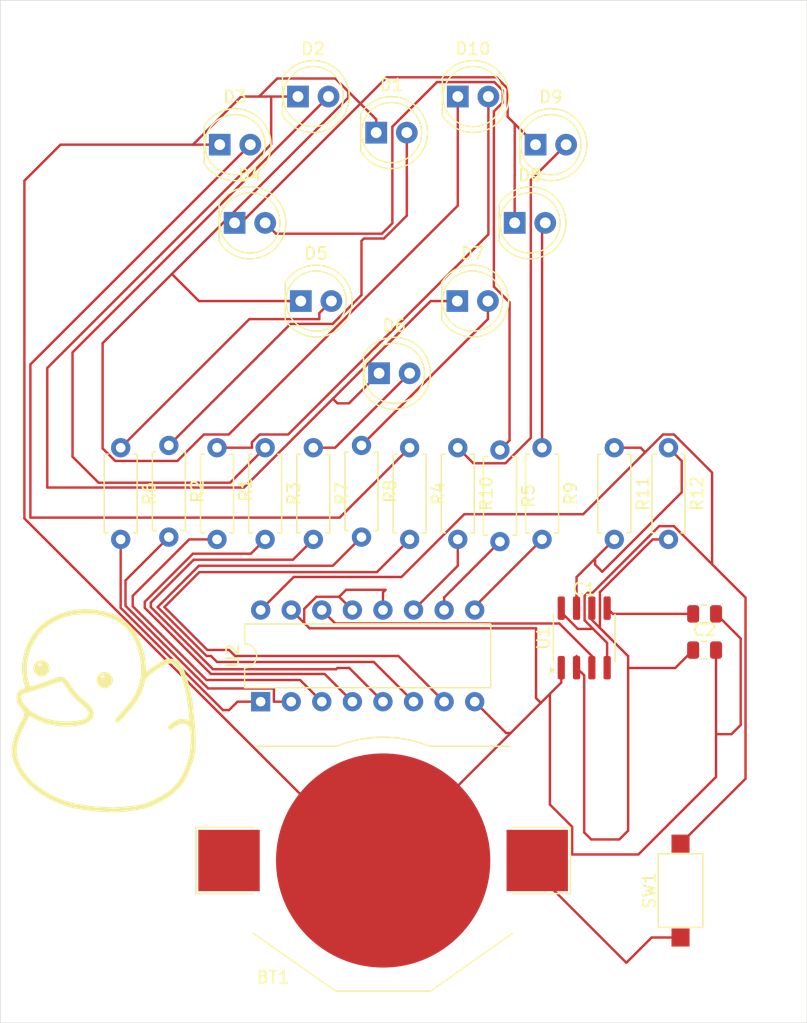
<source format=kicad_pcb>
(kicad_pcb (version 20240108) (generator "pcbnew") (generator_version "8.0")
  (layers (0 "F.Cu" signal) (31 "B.Cu" signal) (34 "B.Paste" user) (35 "F.Paste" user) (36 "B.SilkS" user "B.Silkscreen") (37 "F.SilkS" user "F.Silkscreen") (38 "B.Mask" user) (39 "F.Mask" user) (44 "Edge.Cuts" user))
  (net 0 "")
  (net 1 "Net-(BT1-+)")
  (net 2 "Net-(BT1--)")
  (net 3 "Net-(U1-CV)")
  (net 4 "Net-(U1-THR)")
  (net 5 "Net-(D1-A)")
  (net 6 "Net-(D2-A)")
  (net 7 "Net-(D3-A)")
  (net 8 "Net-(D4-A)")
  (net 9 "Net-(D5-A)")
  (net 10 "Net-(D6-A)")
  (net 11 "Net-(D7-A)")
  (net 12 "Net-(D8-A)")
  (net 13 "Net-(D9-A)")
  (net 14 "Net-(D10-A)")
  (net 15 "Net-(U2-Q0)")
  (net 16 "Net-(U2-Q1)")
  (net 17 "Net-(U2-Q2)")
  (net 18 "Net-(U2-Q3)")
  (net 19 "Net-(U2-Q4)")
  (net 20 "Net-(U2-Q5)")
  (net 21 "Net-(U2-Q6)")
  (net 22 "Net-(U2-Q7)")
  (net 23 "Net-(U2-Q8)")
  (net 24 "Net-(U2-Q9)")
  (net 25 "Net-(U1-DIS)")
  (net 26 "Net-(U1-Q)")
  (net 27 "Net-(U1-R)")
  (footprint "Package_DIP:DIP-16_W7.62mm" (layer "F.Cu") (at 122.125 105.3 90)
    (property "Reference" "U2" (at 3.81 -2.33 90) (layer "F.SilkS"))
    (property "Value" "4017")
    (pad "1" thru_hole rect (at 0 0 90) (size 1.6 1.6) (drill 0.8) (layers "*.Cu" "*.Mask") (net 20 "Net-(U2-Q5)"))
    (pad "2" thru_hole oval (at 0 2.54 90) (size 1.6 1.6) (drill 0.8) (layers "*.Cu" "*.Mask") (net 16 "Net-(U2-Q1)"))
    (pad "3" thru_hole oval (at 0 5.08 90) (size 1.6 1.6) (drill 0.8) (layers "*.Cu" "*.Mask") (net 15 "Net-(U2-Q0)"))
    (pad "4" thru_hole oval (at 0 7.62 90) (size 1.6 1.6) (drill 0.8) (layers "*.Cu" "*.Mask") (net 17 "Net-(U2-Q2)"))
    (pad "5" thru_hole oval (at 0 10.16 90) (size 1.6 1.6) (drill 0.8) (layers "*.Cu" "*.Mask") (net 21 "Net-(U2-Q6)"))
    (pad "6" thru_hole oval (at 0 12.7 90) (size 1.6 1.6) (drill 0.8) (layers "*.Cu" "*.Mask") (net 22 "Net-(U2-Q7)"))
    (pad "7" thru_hole oval (at 0 15.24 90) (size 1.6 1.6) (drill 0.8) (layers "*.Cu" "*.Mask") (net 18 "Net-(U2-Q3)"))
    (pad "8" thru_hole oval (at 0 17.78 90) (size 1.6 1.6) (drill 0.8) (layers "*.Cu" "*.Mask") (net 2 "Net-(BT1--)"))
    (pad "9" thru_hole oval (at 7.62 17.78 90) (size 1.6 1.6) (drill 0.8) (layers "*.Cu" "*.Mask") (net 23 "Net-(U2-Q8)"))
    (pad "10" thru_hole oval (at 7.62 15.24 90) (size 1.6 1.6) (drill 0.8) (layers "*.Cu" "*.Mask") (net 19 "Net-(U2-Q4)"))
    (pad "11" thru_hole oval (at 7.62 12.7 90) (size 1.6 1.6) (drill 0.8) (layers "*.Cu" "*.Mask") (net 24 "Net-(U2-Q9)"))
    (pad "12" thru_hole oval (at 7.62 10.16 90) (size 1.6 1.6) (drill 0.8) (layers "*.Cu" "*.Mask") (net 2 "Net-(BT1--)"))
    (pad "13" thru_hole oval (at 7.62 7.62 90) (size 1.6 1.6) (drill 0.8) (layers "*.Cu" "*.Mask") (net 2 "Net-(BT1--)"))
    (pad "14" thru_hole oval (at 7.62 5.08 90) (size 1.6 1.6) (drill 0.8) (layers "*.Cu" "*.Mask") (net 26 "Net-(U1-Q)"))
    (pad "15" thru_hole oval (at 7.62 2.54 90) (size 1.6 1.6) (drill 0.8) (layers "*.Cu" "*.Mask") (net 2 "Net-(BT1--)"))
    (pad "16" thru_hole oval (at 7.62 0 90) (size 1.6 1.6) (drill 0.8) (layers "*.Cu" "*.Mask") (net 27 "Net-(U1-R)"))
  )
  (footprint "Package_SO:SOIC-8_3.9x4.9mm_P1.27mm" (layer "F.Cu") (at 149 100 90)
    (property "Reference" "U1" (at 0 -3.4 90) (layer "F.SilkS"))
    (property "Value" "ICM7555xB")
    (pad "1" smd roundrect (at -2.475 -1.905 90) (size 1.95 0.6) (layers "F.Cu" "F.Paste" "F.Mask") (net 2 "Net-(BT1--)"))
    (pad "2" smd roundrect (at -2.475 -0.635 90) (size 1.95 0.6) (layers "F.Cu" "F.Paste" "F.Mask") (net 4 "Net-(U1-THR)"))
    (pad "3" smd roundrect (at -2.475 0.635 90) (size 1.95 0.6) (layers "F.Cu" "F.Paste" "F.Mask") (net 26 "Net-(U1-Q)"))
    (pad "4" smd roundrect (at -2.475 1.905 90) (size 1.95 0.6) (layers "F.Cu" "F.Paste" "F.Mask") (net 27 "Net-(U1-R)"))
    (pad "5" smd roundrect (at 2.475 1.905 90) (size 1.95 0.6) (layers "F.Cu" "F.Paste" "F.Mask") (net 3 "Net-(U1-CV)"))
    (pad "6" smd roundrect (at 2.475 0.635 90) (size 1.95 0.6) (layers "F.Cu" "F.Paste" "F.Mask") (net 4 "Net-(U1-THR)"))
    (pad "7" smd roundrect (at 2.475 -0.635 90) (size 1.95 0.6) (layers "F.Cu" "F.Paste" "F.Mask") (net 25 "Net-(U1-DIS)"))
    (pad "8" smd roundrect (at 2.475 -1.905 90) (size 1.95 0.6) (layers "F.Cu" "F.Paste" "F.Mask") (net 27 "Net-(U1-R)"))
  )
  (footprint "LED_THT:LED_D5.0mm" (layer "F.Cu") (at 144.96 59)
    (property "Reference" "D9" (at 1.27 -3.96 0) (layer "F.SilkS"))
    (property "Value" "LED")
    (pad "1" thru_hole rect (at 0 0) (size 1.8 1.8) (drill 0.9) (layers "*.Cu" "*.Mask") (net 2 "Net-(BT1--)"))
    (pad "2" thru_hole circle (at 2.54 0) (size 1.8 1.8) (drill 0.9) (layers "*.Cu" "*.Mask") (net 13 "Net-(D9-A)"))
  )
  (footprint "Resistor_THT:R_Axial_DIN0207_L6.3mm_D2.5mm_P7.62mm_Horizontal" (layer "F.Cu") (at 122.5 84.19 -90)
    (property "Reference" "R3" (at 3.81 -2.37 90) (layer "F.SilkS"))
    (property "Value" "R")
    (pad "1" thru_hole circle (at 0 0 270) (size 1.6 1.6) (drill 0.8) (layers "*.Cu" "*.Mask") (net 6 "Net-(D2-A)"))
    (pad "2" thru_hole oval (at 7.62 0 270) (size 1.6 1.6) (drill 0.8) (layers "*.Cu" "*.Mask") (net 17 "Net-(U2-Q2)"))
  )
  (footprint "Capacitor_SMD:C_0805_2012Metric" (layer "F.Cu") (at 159 101.01)
    (property "Reference" "C2" (at 0 -1.68 0) (layer "F.SilkS"))
    (property "Value" "C_Polarized")
    (pad "1" smd roundrect (at -0.95 0) (size 1 1.45) (layers "F.Cu" "F.Paste" "F.Mask") (net 4 "Net-(U1-THR)"))
    (pad "2" smd roundrect (at 0.95 0) (size 1 1.45) (layers "F.Cu" "F.Paste" "F.Mask") (net 2 "Net-(BT1--)"))
  )
  (footprint "LED_THT:LED_D5.0mm" (layer "F.Cu") (at 131.96 78)
    (property "Reference" "D6" (at 1.27 -3.96 0) (layer "F.SilkS"))
    (property "Value" "LED")
    (pad "1" thru_hole rect (at 0 0) (size 1.8 1.8) (drill 0.9) (layers "*.Cu" "*.Mask") (net 2 "Net-(BT1--)"))
    (pad "2" thru_hole circle (at 2.54 0) (size 1.8 1.8) (drill 0.9) (layers "*.Cu" "*.Mask") (net 10 "Net-(D6-A)"))
  )
  (footprint "LED_THT:LED_D5.0mm" (layer "F.Cu") (at 119.96 65.5)
    (property "Reference" "D4" (at 1.27 -3.96 0) (layer "F.SilkS"))
    (property "Value" "LED")
    (pad "1" thru_hole rect (at 0 0) (size 1.8 1.8) (drill 0.9) (layers "*.Cu" "*.Mask") (net 2 "Net-(BT1--)"))
    (pad "2" thru_hole circle (at 2.54 0) (size 1.8 1.8) (drill 0.9) (layers "*.Cu" "*.Mask") (net 8 "Net-(D4-A)"))
  )
  (footprint "Resistor_THT:R_Axial_DIN0207_L6.3mm_D2.5mm_P7.62mm_Horizontal" (layer "F.Cu") (at 156 84.19 -90)
    (property "Reference" "R12" (at 3.81 -2.37 90) (layer "F.SilkS"))
    (property "Value" "R")
    (pad "1" thru_hole circle (at 0 0 270) (size 1.6 1.6) (drill 0.8) (layers "*.Cu" "*.Mask") (net 25 "Net-(U1-DIS)"))
    (pad "2" thru_hole oval (at 7.62 0 270) (size 1.6 1.6) (drill 0.8) (layers "*.Cu" "*.Mask") (net 4 "Net-(U1-THR)"))
  )
  (footprint "LED_THT:LED_D5.0mm" (layer "F.Cu") (at 143.225 65.5)
    (property "Reference" "D8" (at 1.27 -3.96 0) (layer "F.SilkS"))
    (property "Value" "LED")
    (pad "1" thru_hole rect (at 0 0) (size 1.8 1.8) (drill 0.9) (layers "*.Cu" "*.Mask") (net 2 "Net-(BT1--)"))
    (pad "2" thru_hole circle (at 2.54 0) (size 1.8 1.8) (drill 0.9) (layers "*.Cu" "*.Mask") (net 12 "Net-(D8-A)"))
  )
  (footprint "Resistor_THT:R_Axial_DIN0207_L6.3mm_D2.5mm_P7.62mm_Horizontal" (layer "F.Cu") (at 151.5 84.19 -90)
    (property "Reference" "R11" (at 3.81 -2.37 90) (layer "F.SilkS"))
    (property "Value" "R")
    (pad "1" thru_hole circle (at 0 0 270) (size 1.6 1.6) (drill 0.8) (layers "*.Cu" "*.Mask") (net 27 "Net-(U1-R)"))
    (pad "2" thru_hole oval (at 7.62 0 270) (size 1.6 1.6) (drill 0.8) (layers "*.Cu" "*.Mask") (net 25 "Net-(U1-DIS)"))
  )
  (footprint "Button_Switch_SMD:SW_SPST_CK_RS282G05A3" (layer "F.Cu") (at 157 121 90)
    (property "Reference" "SW1" (at 0 -2.6 90) (layer "F.SilkS"))
    (property "Value" "SW_Push")
    (pad "1" smd rect (at -3.9 0 90) (size 1.5 1.5) (layers "F.Cu" "F.Paste" "F.Mask") (net 1 "Net-(BT1-+)"))
    (pad "2" smd rect (at 3.9 0 90) (size 1.5 1.5) (layers "F.Cu" "F.Paste" "F.Mask") (net 27 "Net-(U1-R)"))
  )
  (footprint "Resistor_THT:R_Axial_DIN0207_L6.3mm_D2.5mm_P7.62mm_Horizontal" (layer "F.Cu") (at 114.5 84 -90)
    (property "Reference" "R2" (at 3.81 -2.37 90) (layer "F.SilkS"))
    (property "Value" "R")
    (pad "1" thru_hole circle (at 0 0 270) (size 1.6 1.6) (drill 0.8) (layers "*.Cu" "*.Mask") (net 5 "Net-(D1-A)"))
    (pad "2" thru_hole oval (at 7.62 0 270) (size 1.6 1.6) (drill 0.8) (layers "*.Cu" "*.Mask") (net 16 "Net-(U2-Q1)"))
  )
  (footprint "LED_THT:LED_D5.0mm" (layer "F.Cu") (at 125.46 72)
    (property "Reference" "D5" (at 1.27 -3.96 0) (layer "F.SilkS"))
    (property "Value" "LED")
    (pad "1" thru_hole rect (at 0 0) (size 1.8 1.8) (drill 0.9) (layers "*.Cu" "*.Mask") (net 2 "Net-(BT1--)"))
    (pad "2" thru_hole circle (at 2.54 0) (size 1.8 1.8) (drill 0.9) (layers "*.Cu" "*.Mask") (net 9 "Net-(D5-A)"))
  )
  (footprint "Capacitor_SMD:C_0805_2012Metric" (layer "F.Cu") (at 159 98)
    (property "Reference" "C1" (at -10 -2.06 0) (layer "F.SilkS"))
    (property "Value" "C_Polarized")
    (pad "1" smd roundrect (at -0.95 0) (size 1 1.45) (layers "F.Cu" "F.Paste" "F.Mask") (net 3 "Net-(U1-CV)"))
    (pad "2" smd roundrect (at 0.95 0) (size 1 1.45) (layers "F.Cu" "F.Paste" "F.Mask") (net 2 "Net-(BT1--)"))
  )
  (footprint "LED_THT:LED_D5.0mm" (layer "F.Cu") (at 138.46 72)
    (property "Reference" "D7" (at 1.27 -3.96 0) (layer "F.SilkS"))
    (property "Value" "LED")
    (pad "1" thru_hole rect (at 0 0) (size 1.8 1.8) (drill 0.9) (layers "*.Cu" "*.Mask") (net 2 "Net-(BT1--)"))
    (pad "2" thru_hole circle (at 2.54 0) (size 1.8 1.8) (drill 0.9) (layers "*.Cu" "*.Mask") (net 11 "Net-(D7-A)"))
  )
  (footprint "Resistor_THT:R_Axial_DIN0207_L6.3mm_D2.5mm_P7.62mm_Horizontal" (layer "F.Cu") (at 145.5 84.19 -90)
    (property "Reference" "R9" (at 3.81 -2.37 90) (layer "F.SilkS"))
    (property "Value" "R")
    (pad "1" thru_hole circle (at 0 0 270) (size 1.6 1.6) (drill 0.8) (layers "*.Cu" "*.Mask") (net 12 "Net-(D8-A)"))
    (pad "2" thru_hole oval (at 7.62 0 270) (size 1.6 1.6) (drill 0.8) (layers "*.Cu" "*.Mask") (net 23 "Net-(U2-Q8)"))
  )
  (footprint "LOGO" (layer "F.Cu") (at 109 106)
    (property "Reference" " " (at 0 0 0) (layer "F.SilkS") (effects (font (size 1.5 1.5) (thickness 0.3))))
    (property "Value" "LOGO" (hide yes))
  )
  (footprint "Resistor_THT:R_Axial_DIN0207_L6.3mm_D2.5mm_P7.62mm_Horizontal" (layer "F.Cu") (at 126.5 84.19 -90)
    (property "Reference" "R7" (at 3.81 -2.37 90) (layer "F.SilkS"))
    (property "Value" "R")
    (pad "1" thru_hole circle (at 0 0 270) (size 1.6 1.6) (drill 0.8) (layers "*.Cu" "*.Mask") (net 10 "Net-(D6-A)"))
    (pad "2" thru_hole oval (at 7.62 0 270) (size 1.6 1.6) (drill 0.8) (layers "*.Cu" "*.Mask") (net 21 "Net-(U2-Q6)"))
  )
  (footprint "Resistor_THT:R_Axial_DIN0207_L6.3mm_D2.5mm_P7.62mm_Horizontal" (layer "F.Cu") (at 118.5 84.19 -90)
    (property "Reference" "R1" (at 3.5 -2.37 90) (layer "F.SilkS"))
    (property "Value" "R")
    (pad "1" thru_hole circle (at 0 0 270) (size 1.6 1.6) (drill 0.8) (layers "*.Cu" "*.Mask") (net 14 "Net-(D10-A)"))
    (pad "2" thru_hole oval (at 7.62 0 270) (size 1.6 1.6) (drill 0.8) (layers "*.Cu" "*.Mask") (net 15 "Net-(U2-Q0)"))
  )
  (footprint "Resistor_THT:R_Axial_DIN0207_L6.3mm_D2.5mm_P7.62mm_Horizontal" (layer "F.Cu") (at 134.5 84.19 -90)
    (property "Reference" "R4" (at 3.81 -2.37 90) (layer "F.SilkS"))
    (property "Value" "R")
    (pad "1" thru_hole circle (at 0 0 270) (size 1.6 1.6) (drill 0.8) (layers "*.Cu" "*.Mask") (net 7 "Net-(D3-A)"))
    (pad "2" thru_hole oval (at 7.62 0 270) (size 1.6 1.6) (drill 0.8) (layers "*.Cu" "*.Mask") (net 18 "Net-(U2-Q3)"))
  )
  (footprint "LED_THT:LED_D5.0mm" (layer "F.Cu") (at 131.725 58)
    (property "Reference" "D1" (at 1.27 -3.96 0) (layer "F.SilkS"))
    (property "Value" "LED")
    (pad "1" thru_hole rect (at 0 0) (size 1.8 1.8) (drill 0.9) (layers "*.Cu" "*.Mask") (net 2 "Net-(BT1--)"))
    (pad "2" thru_hole circle (at 2.54 0) (size 1.8 1.8) (drill 0.9) (layers "*.Cu" "*.Mask") (net 5 "Net-(D1-A)"))
  )
  (footprint "Resistor_THT:R_Axial_DIN0207_L6.3mm_D2.5mm_P7.62mm_Horizontal" (layer "F.Cu") (at 138.5 84.19 -90)
    (property "Reference" "R10" (at 3.81 -2.37 90) (layer "F.SilkS"))
    (property "Value" "R")
    (pad "1" thru_hole circle (at 0 0 270) (size 1.6 1.6) (drill 0.8) (layers "*.Cu" "*.Mask") (net 13 "Net-(D9-A)"))
    (pad "2" thru_hole oval (at 7.62 0 270) (size 1.6 1.6) (drill 0.8) (layers "*.Cu" "*.Mask") (net 24 "Net-(U2-Q9)"))
  )
  (footprint "Resistor_THT:R_Axial_DIN0207_L6.3mm_D2.5mm_P7.62mm_Horizontal" (layer "F.Cu") (at 130.5 84 -90)
    (property "Reference" "R8" (at 3.81 -2.37 90) (layer "F.SilkS"))
    (property "Value" "R")
    (pad "1" thru_hole circle (at 0 0 270) (size 1.6 1.6) (drill 0.8) (layers "*.Cu" "*.Mask") (net 11 "Net-(D7-A)"))
    (pad "2" thru_hole oval (at 7.62 0 270) (size 1.6 1.6) (drill 0.8) (layers "*.Cu" "*.Mask") (net 22 "Net-(U2-Q7)"))
  )
  (footprint "LED_THT:LED_D5.0mm" (layer "F.Cu") (at 138.5 55)
    (property "Reference" "D10" (at 1.27 -3.96 0) (layer "F.SilkS"))
    (property "Value" "LED")
    (pad "1" thru_hole rect (at 0 0) (size 1.8 1.8) (drill 0.9) (layers "*.Cu" "*.Mask") (net 2 "Net-(BT1--)"))
    (pad "2" thru_hole circle (at 2.54 0) (size 1.8 1.8) (drill 0.9) (layers "*.Cu" "*.Mask") (net 14 "Net-(D10-A)"))
  )
  (footprint "LED_THT:LED_D5.0mm" (layer "F.Cu") (at 125.225 55)
    (property "Reference" "D2" (at 1.27 -3.96 0) (layer "F.SilkS"))
    (property "Value" "LED")
    (pad "1" thru_hole rect (at 0 0) (size 1.8 1.8) (drill 0.9) (layers "*.Cu" "*.Mask") (net 2 "Net-(BT1--)"))
    (pad "2" thru_hole circle (at 2.54 0) (size 1.8 1.8) (drill 0.9) (layers "*.Cu" "*.Mask") (net 6 "Net-(D2-A)"))
  )
  (footprint "Battery:BatteryHolder_Keystone_3002_1x2032" (layer "F.Cu") (at 132.3 118.5)
    (property "Reference" "BT1" (at -9.15 9.7 0) (layer "F.SilkS"))
    (property "Value" "Battery_Cell")
    (pad "1" smd rect (at -12.8 0) (size 5.1 5.1) (layers "F.Cu" "F.Paste" "F.Mask") (net 1 "Net-(BT1-+)"))
    (pad "1" smd rect (at 12.8 0) (size 5.1 5.1) (layers "F.Cu" "F.Paste" "F.Mask") (net 1 "Net-(BT1-+)"))
    (pad "2" smd circle (at 0 0) (size 17.8 17.8) (layers "F.Cu" "F.Mask") (net 2 "Net-(BT1--)"))
  )
  (footprint "Resistor_THT:R_Axial_DIN0207_L6.3mm_D2.5mm_P7.62mm_Horizontal" (layer "F.Cu") (at 110.5 84.19 -90)
    (property "Reference" "R6" (at 3.81 -2.37 90) (layer "F.SilkS"))
    (property "Value" "R")
    (pad "1" thru_hole circle (at 0 0 270) (size 1.6 1.6) (drill 0.8) (layers "*.Cu" "*.Mask") (net 9 "Net-(D5-A)"))
    (pad "2" thru_hole oval (at 7.62 0 270) (size 1.6 1.6) (drill 0.8) (layers "*.Cu" "*.Mask") (net 20 "Net-(U2-Q5)"))
  )
  (footprint "Resistor_THT:R_Axial_DIN0207_L6.3mm_D2.5mm_P7.62mm_Horizontal" (layer "F.Cu") (at 142 84.38 -90)
    (property "Reference" "R5" (at 3.81 -2.37 90) (layer "F.SilkS"))
    (property "Value" "R")
    (pad "1" thru_hole circle (at 0 0 270) (size 1.6 1.6) (drill 0.8) (layers "*.Cu" "*.Mask") (net 8 "Net-(D4-A)"))
    (pad "2" thru_hole oval (at 7.62 0 270) (size 1.6 1.6) (drill 0.8) (layers "*.Cu" "*.Mask") (net 19 "Net-(U2-Q4)"))
  )
  (footprint "LED_THT:LED_D5.0mm" (layer "F.Cu") (at 118.725 59)
    (property "Reference" "D3" (at 1.27 -3.96 0) (layer "F.SilkS"))
    (property "Value" "LED")
    (pad "1" thru_hole rect (at 0 0) (size 1.8 1.8) (drill 0.9) (layers "*.Cu" "*.Mask") (net 2 "Net-(BT1--)"))
    (pad "2" thru_hole circle (at 2.54 0) (size 1.8 1.8) (drill 0.9) (layers "*.Cu" "*.Mask") (net 7 "Net-(D3-A)"))
  )
  (gr_rect (start 100.5 47) (end 167.5 132) (stroke (width 0.05)) (fill none) (layer "Edge.Cuts"))
  (segment (start 145.1 118.5) (end 145.1 119.6) (width 0.2) (layer "F.Cu") (net 1))
  (segment (start 152.5 127) (end 154.6 124.9) (width 0.2) (layer "F.Cu") (net 1))
  (segment (start 154.6 124.9) (end 157 124.9) (width 0.2) (layer "F.Cu") (net 1))
  (segment (start 145.1 119.6) (end 152.5 127) (width 0.2) (layer "F.Cu") (net 1))
  (segment (start 115.21 85.29) (end 110.044365 85.29) (width 0.2) (layer "F.Cu") (net 2))
  (segment (start 147.095 102.475) (end 147.095 103.705) (width 0.2) (layer "F.Cu") (net 2))
  (segment (start 128.645 96.58) (end 126.749365 96.58) (width 0.2) (layer "F.Cu") (net 2))
  (segment (start 114.75 69.75) (end 129.4125 55.0875) (width 0.2) (layer "F.Cu") (net 2))
  (segment (start 104.4 77.562057) (end 123 58.962057) (width 0.2) (layer "F.Cu") (net 2))
  (segment (start 117.41 83.09) (end 115.21 85.29) (width 0.2) (layer "F.Cu") (net 2))
  (segment (start 131.725 56.9) (end 130.4125 55.5875) (width 0.2) (layer "F.Cu") (net 2))
  (segment (start 131.96 78) (end 129.46 80.5) (width 0.2) (layer "F.Cu") (net 2))
  (segment (start 143.225 61.577943) (end 143.23 61.572943) (width 0.2) (layer "F.Cu") (net 2))
  (segment (start 143.23 61.572943) (end 143.23 57.27) (width 0.2) (layer "F.Cu") (net 2))
  (segment (start 125.7425 97.586865) (end 125.7425 98.7575) (width 0.2) (layer "F.Cu") (net 2))
  (segment (start 159.95 108) (end 159.95 111.55) (width 0.2) (layer "F.Cu") (net 2))
  (segment (start 104.4 87.5) (end 104.4 77.562057) (width 0.2) (layer "F.Cu") (net 2))
  (segment (start 141.702743 53.4) (end 132.6 53.4) (width 0.2) (layer "F.Cu") (net 2))
  (segment (start 138.5 55) (end 138.5 64.065686) (width 0.2) (layer "F.Cu") (net 2))
  (segment (start 126.749365 96.58) (end 125.7425 97.586865) (width 0.2) (layer "F.Cu") (net 2))
  (segment (start 105.5 59) (end 116.5 59) (width 0.2) (layer "F.Cu") (net 2))
  (segment (start 125.46 72) (end 117 72) (width 0.2) (layer "F.Cu") (net 2))
  (segment (start 142.64 56.68) (end 142.64 54.337257) (width 0.2) (layer "F.Cu") (net 2))
  (segment (start 144.96 59) (end 143.23 57.27) (width 0.2) (layer "F.Cu") (net 2))
  (segment (start 159.95 103.5) (end 159.95 108) (width 0.2) (layer "F.Cu") (net 2))
  (segment (start 119.475686 83.09) (end 117.41 83.09) (width 0.2) (layer "F.Cu") (net 2))
  (segment (start 128.325 53.5) (end 123.5 53.5) (width 0.2) (layer "F.Cu") (net 2))
  (segment (start 117 72) (end 114.75 69.75) (width 0.2) (layer "F.Cu") (net 2))
  (segment (start 129.745 97.68) (end 128.645 96.58) (width 0.2) (layer "F.Cu") (net 2))
  (segment (start 109 75.5) (end 114.75 69.75) (width 0.2) (layer "F.Cu") (net 2))
  (segment (start 159.95 111.55) (end 153.5 118) (width 0.2) (layer "F.Cu") (net 2))
  (segment (start 162 100.05) (end 162 107.233453) (width 0.2) (layer "F.Cu") (net 2))
  (segment (start 142.9 107.9) (end 132.3 118.5) (width 0.2) (layer "F.Cu") (net 2))
  (segment (start 128.5 80.5) (end 128.122818 80.122818) (width 0.2) (layer "F.Cu") (net 2))
  (segment (start 153.5 118) (end 148 118) (width 0.2) (layer "F.Cu") (net 2))
  (segment (start 159.95 101.01) (end 159.95 103.5) (width 0.2) (layer "F.Cu") (net 2))
  (segment (start 126.185 99.2) (end 145 99.2) (width 0.2) (layer "F.Cu") (net 2))
  (segment (start 131.725 58) (end 131.725 56.9) (width 0.2) (layer "F.Cu") (net 2))
  (segment (start 123 55) (end 122 55) (width 0.2) (layer "F.Cu") (net 2))
  (segment (start 120.5 65.5) (end 130.4125 55.5875) (width 0.2) (layer "F.Cu") (net 2))
  (segment (start 146.15 104.65) (end 145.4 105.4) (width 0.2) (layer "F.Cu") (net 2))
  (segment (start 124.665 97.68) (end 125.7425 98.7575) (width 0.2) (layer "F.Cu") (net 2))
  (segment (start 136.245635 72) (end 128.122818 80.122818) (width 0.2) (layer "F.Cu") (net 2))
  (segment (start 122 55) (end 120.5 55) (width 0.2) (layer "F.Cu") (net 2))
  (segment (start 142.64 54.337257) (end 141.702743 53.4) (width 0.2) (layer "F.Cu") (net 2))
  (segment (start 123.5 53.5) (end 122 55) (width 0.2) (layer "F.Cu") (net 2))
  (segment (start 129.225 96) (end 132.5 96) (width 0.2) (layer "F.Cu") (net 2))
  (segment (start 128.645 96.58) (end 129.225 96) (width 0.2) (layer "F.Cu") (net 2))
  (segment (start 120.745635 87.5) (end 104.4 87.5) (width 0.2) (layer "F.Cu") (net 2))
  (segment (start 139.905 105.3) (end 142.505 107.9) (width 0.2) (layer "F.Cu") (net 2))
  (segment (start 130.934314 118.5) (end 102.5 90.065686) (width 0.2) (layer "F.Cu") (net 2))
  (segment (start 130.4125 55.5875) (end 129.4125 54.5875) (width 0.2) (layer "F.Cu") (net 2))
  (segment (start 132.3 118.5) (end 130.934314 118.5) (width 0.2) (layer "F.Cu") (net 2))
  (segment (start 123 58.962057) (end 123 55) (width 0.2) (layer "F.Cu") (net 2))
  (segment (start 138.46 72) (end 136.245635 72) (width 0.2) (layer "F.Cu") (net 2))
  (segment (start 146.15 113.85) (end 146.15 104.65) (width 0.2) (layer "F.Cu") (net 2))
  (segment (start 159.95 98) (end 162 100.05) (width 0.2) (layer "F.Cu") (net 2))
  (segment (start 132.5 96) (end 132.285 96.215) (width 0.2) (layer "F.Cu") (net 2))
  (segment (start 109 84.245635) (end 109 75.5) (width 0.2) (layer "F.Cu") (net 2))
  (segment (start 125.7425 98.7575) (end 126.185 99.2) (width 0.2) (layer "F.Cu") (net 2))
  (segment (start 148 118) (end 148 115.7) (width 0.2) (layer "F.Cu") (net 2))
  (segment (start 162 107.233453) (end 161.233453 108) (width 0.2) (layer "F.Cu") (net 2))
  (segment (start 116.5 59) (end 118.725 59) (width 0.2) (layer "F.Cu") (net 2))
  (segment (start 145 105) (end 145.4 105.4) (width 0.2) (layer "F.Cu") (net 2))
  (segment (start 161.233453 108) (end 159.95 108) (width 0.2) (layer "F.Cu") (net 2))
  (segment (start 145.4 105.4) (end 142.9 107.9) (width 0.2) (layer "F.Cu") (net 2))
  (segment (start 129.4125 55.0875) (end 129.4125 54.5875) (width 0.2) (layer "F.Cu") (net 2))
  (segment (start 138.5 64.065686) (end 119.475686 83.09) (width 0.2) (layer "F.Cu") (net 2))
  (segment (start 110.044365 85.29) (end 109 84.245635) (width 0.2) (layer "F.Cu") (net 2))
  (segment (start 120.5 55) (end 116.5 59) (width 0.2) (layer "F.Cu") (net 2))
  (segment (start 132.285 96.215) (end 132.285 97.68) (width 0.2) (layer "F.Cu") (net 2))
  (segment (start 102.5 90.065686) (end 102.5 62) (width 0.2) (layer "F.Cu") (net 2))
  (segment (start 143.225 65.5) (end 143.225 61.577943) (width 0.2) (layer "F.Cu") (net 2))
  (segment (start 143.23 57.27) (end 142.64 56.68) (width 0.2) (layer "F.Cu") (net 2))
  (segment (start 125.225 55) (end 123 55) (width 0.2) (layer "F.Cu") (net 2))
  (segment (start 132.6 53.4) (end 130.4125 55.5875) (width 0.2) (layer "F.Cu") (net 2))
  (segment (start 147.095 103.705) (end 146.15 104.65) (width 0.2) (layer "F.Cu") (net 2))
  (segment (start 129.4125 54.5875) (end 128.325 53.5) (width 0.2) (layer "F.Cu") (net 2))
  (segment (start 145 99.2) (end 145 105) (width 0.2) (layer "F.Cu") (net 2))
  (segment (start 129.46 80.5) (end 128.5 80.5) (width 0.2) (layer "F.Cu") (net 2))
  (segment (start 119.96 65.5) (end 120.5 65.5) (width 0.2) (layer "F.Cu") (net 2))
  (segment (start 148 115.7) (end 146.15 113.85) (width 0.2) (layer "F.Cu") (net 2))
  (segment (start 142.505 107.9) (end 142.9 107.9) (width 0.2) (layer "F.Cu") (net 2))
  (segment (start 102.5 62) (end 105.5 59) (width 0.2) (layer "F.Cu") (net 2))
  (segment (start 136.3 122.5) (end 132.3 118.5) (width 0.2) (layer "F.Cu") (net 2))
  (segment (start 128.122818 80.122818) (end 120.745635 87.5) (width 0.2) (layer "F.Cu") (net 2))
  (segment (start 158.05 98) (end 151.38 98) (width 0.2) (layer "F.Cu") (net 3))
  (segment (start 151.38 98) (end 150.905 97.525) (width 0.2) (layer "F.Cu") (net 3))
  (segment (start 151.3175 100.1825) (end 150.305 99.17) (width 0.2) (layer "F.Cu") (net 4))
  (segment (start 148.365 102.475) (end 149 103.11) (width 0.2) (layer "F.Cu") (net 4))
  (segment (start 149 103.11) (end 149 116.167767) (width 0.2) (layer "F.Cu") (net 4))
  (segment (start 149 116.167767) (end 149.582233 116.75) (width 0.2) (layer "F.Cu") (net 4))
  (segment (start 151.3175 100.1825) (end 149.635 98.499999) (width 0.2) (layer "F.Cu") (net 4))
  (segment (start 152.65 116.017767) (end 152.65 102.5) (width 0.2) (layer "F.Cu") (net 4))
  (segment (start 148.365 102.475) (end 148.365 101.500001) (width 0.2) (layer "F.Cu") (net 4))
  (segment (start 156.56 102.5) (end 152.65 102.5) (width 0.2) (layer "F.Cu") (net 4))
  (segment (start 152.65 102.5) (end 152.65 101.514999) (width 0.2) (layer "F.Cu") (net 4))
  (segment (start 151.917767 116.75) (end 152.65 116.017767) (width 0.2) (layer "F.Cu") (net 4))
  (segment (start 149.635 98.499999) (end 149.635 97.525) (width 0.2) (layer "F.Cu") (net 4))
  (segment (start 149.582233 116.75) (end 151.917767 116.75) (width 0.2) (layer "F.Cu") (net 4))
  (segment (start 152.65 101.514999) (end 151.3175 100.1825) (width 0.2) (layer "F.Cu") (net 4))
  (segment (start 150.305 96.195) (end 154.69 91.81) (width 0.2) (layer "F.Cu") (net 4))
  (segment (start 158.05 101.01) (end 156.56 102.5) (width 0.2) (layer "F.Cu") (net 4))
  (segment (start 154.69 91.81) (end 156 91.81) (width 0.2) (layer "F.Cu") (net 4))
  (segment (start 150.305 99.17) (end 150.305 96.195) (width 0.2) (layer "F.Cu") (net 4))
  (segment (start 130.7 66.8) (end 132.365686 66.8) (width 0.2) (layer "F.Cu") (net 5))
  (segment (start 128.1 73.9) (end 130.5 71.5) (width 0.2) (layer "F.Cu") (net 5))
  (segment (start 124.6 73.9) (end 128.1 73.9) (width 0.2) (layer "F.Cu") (net 5))
  (segment (start 130.5 67) (end 130.7 66.8) (width 0.2) (layer "F.Cu") (net 5))
  (segment (start 130.5 71.5) (end 130.5 67) (width 0.2) (layer "F.Cu") (net 5))
  (segment (start 132.365686 66.8) (end 134.265 64.900686) (width 0.2) (layer "F.Cu") (net 5))
  (segment (start 134.265 64.900686) (end 134.265 58) (width 0.2) (layer "F.Cu") (net 5))
  (segment (start 114.5 84) (end 124.6 73.9) (width 0.2) (layer "F.Cu") (net 5))
  (segment (start 106.5 84.934314) (end 106.5 76.265) (width 0.2) (layer "F.Cu") (net 6))
  (segment (start 108.665686 87.1) (end 106.5 84.934314) (width 0.2) (layer "F.Cu") (net 6))
  (segment (start 119.59 87.1) (end 108.665686 87.1) (width 0.2) (layer "F.Cu") (net 6))
  (segment (start 122.5 84.19) (end 119.59 87.1) (width 0.2) (layer "F.Cu") (net 6))
  (segment (start 106.5 76.265) (end 127.765 55) (width 0.2) (layer "F.Cu") (net 6))
  (segment (start 103 90) (end 103 77.265) (width 0.2) (layer "F.Cu") (net 7))
  (segment (start 103 77.265) (end 121.265 59) (width 0.2) (layer "F.Cu") (net 7))
  (segment (start 134.5 84.19) (end 128.69 90) (width 0.2) (layer "F.Cu") (net 7))
  (segment (start 128.69 90) (end 103 90) (width 0.2) (layer "F.Cu") (net 7))
  (segment (start 142.799999 83.580001) (end 142.799999 72.102942) (width 0.2) (layer "F.Cu") (net 8))
  (segment (start 133.065 65.535) (end 132.2 66.4) (width 0.2) (layer "F.Cu") (net 8))
  (segment (start 141.497057 70.8) (end 141.497057 56.24) (width 0.2) (layer "F.Cu") (net 8))
  (segment (start 133.065 57.502943) (end 133.065 65.535) (width 0.2) (layer "F.Cu") (net 8))
  (segment (start 142.799999 72.102942) (end 141.497057 70.8) (width 0.2) (layer "F.Cu") (net 8))
  (segment (start 132.2 66.4) (end 123.4 66.4) (width 0.2) (layer "F.Cu") (net 8))
  (segment (start 136.767943 53.8) (end 133.065 57.502943) (width 0.2) (layer "F.Cu") (net 8))
  (segment (start 142.24 54.502943) (end 141.537057 53.8) (width 0.2) (layer "F.Cu") (net 8))
  (segment (start 123.4 66.4) (end 122.5 65.5) (width 0.2) (layer "F.Cu") (net 8))
  (segment (start 142 84.38) (end 142.799999 83.580001) (width 0.2) (layer "F.Cu") (net 8))
  (segment (start 141.497057 56.24) (end 142.24 55.497057) (width 0.2) (layer "F.Cu") (net 8))
  (segment (start 141.537057 53.8) (end 136.767943 53.8) (width 0.2) (layer "F.Cu") (net 8))
  (segment (start 142.24 55.497057) (end 142.24 54.502943) (width 0.2) (layer "F.Cu") (net 8))
  (segment (start 121.19 73.5) (end 127 73.5) (width 0.2) (layer "F.Cu") (net 9))
  (segment (start 110.5 84.19) (end 121.19 73.5) (width 0.2) (layer "F.Cu") (net 9))
  (segment (start 127 73.5) (end 127 73) (width 0.2) (layer "F.Cu") (net 9))
  (segment (start 127 73) (end 128 72) (width 0.2) (layer "F.Cu") (net 9))
  (segment (start 126.5 84.19) (end 128.31 84.19) (width 0.2) (layer "F.Cu") (net 10))
  (segment (start 128.31 84.19) (end 134.5 78) (width 0.2) (layer "F.Cu") (net 10))
  (segment (start 141 73.5) (end 141 72) (width 0.2) (layer "F.Cu") (net 11))
  (segment (start 130.5 84) (end 141 73.5) (width 0.2) (layer "F.Cu") (net 11))
  (segment (start 145.5 65.765) (end 145.765 65.5) (width 0.2) (layer "F.Cu") (net 12))
  (segment (start 145.5 84.19) (end 145.5 65.765) (width 0.2) (layer "F.Cu") (net 12))
  (segment (start 139.79 85.48) (end 142.455635 85.48) (width 0.2) (layer "F.Cu") (net 13))
  (segment (start 144.565 83.370635) (end 144.565 61.935) (width 0.2) (layer "F.Cu") (net 13))
  (segment (start 142.455635 85.48) (end 144.565 83.370635) (width 0.2) (layer "F.Cu") (net 13))
  (segment (start 144.565 61.935) (end 147.5 59) (width 0.2) (layer "F.Cu") (net 13))
  (segment (start 138.5 84.19) (end 139.79 85.48) (width 0.2) (layer "F.Cu") (net 13))
  (segment (start 122.044365 83.09) (end 124.41 83.09) (width 0.2) (layer "F.Cu") (net 14))
  (segment (start 124.41 83.09) (end 141.04 66.46) (width 0.2) (layer "F.Cu") (net 14))
  (segment (start 118.5 84.19) (end 121.4 84.19) (width 0.2) (layer "F.Cu") (net 14))
  (segment (start 121.4 83.734365) (end 122.044365 83.09) (width 0.2) (layer "F.Cu") (net 14))
  (segment (start 121.4 84.19) (end 121.4 83.734365) (width 0.2) (layer "F.Cu") (net 14))
  (segment (start 141.04 66.46) (end 141.04 55) (width 0.2) (layer "F.Cu") (net 14))
  (segment (start 117.631372 103.5) (end 125.405 103.5) (width 0.2) (layer "F.Cu") (net 15))
  (segment (start 118.5 91.81) (end 116.19 91.81) (width 0.2) (layer "F.Cu") (net 15))
  (segment (start 125.405 103.5) (end 127.205 105.3) (width 0.2) (layer "F.Cu") (net 15))
  (segment (start 111.5 97.368628) (end 117.631372 103.5) (width 0.2) (layer "F.Cu") (net 15))
  (segment (start 111.5 96.5) (end 111.5 97.368628) (width 0.2) (layer "F.Cu") (net 15))
  (segment (start 116.19 91.81) (end 111.5 96.5) (width 0.2) (layer "F.Cu") (net 15))
  (segment (start 123.225 105.3) (end 124.665 105.3) (width 0.2) (layer "F.Cu") (net 16))
  (segment (start 114.5 91.62) (end 110.9 95.22) (width 0.2) (layer "F.Cu") (net 16))
  (segment (start 123.225 104.2) (end 123.225 105.3) (width 0.2) (layer "F.Cu") (net 16))
  (segment (start 117.765686 104.2) (end 123.225 104.2) (width 0.2) (layer "F.Cu") (net 16))
  (segment (start 110.9 95.22) (end 110.9 97.334314) (width 0.2) (layer "F.Cu") (net 16))
  (segment (start 110.9 97.334314) (end 117.765686 104.2) (width 0.2) (layer "F.Cu") (net 16))
  (segment (start 129.745 105.3) (end 127.445 103) (width 0.2) (layer "F.Cu") (net 17))
  (segment (start 118 103) (end 112.5 97.5) (width 0.2) (layer "F.Cu") (net 17))
  (segment (start 112.5 97) (end 116.5 93) (width 0.2) (layer "F.Cu") (net 17))
  (segment (start 121.31 93) (end 122.5 91.81) (width 0.2) (layer "F.Cu") (net 17))
  (segment (start 127.445 103) (end 118 103) (width 0.2) (layer "F.Cu") (net 17))
  (segment (start 112.5 97.5) (end 112.5 97) (width 0.2) (layer "F.Cu") (net 17))
  (segment (start 116.5 93) (end 121.31 93) (width 0.2) (layer "F.Cu") (net 17))
  (segment (start 120 101.5) (end 133.565 101.5) (width 0.2) (layer "F.Cu") (net 18))
  (segment (start 114.131372 97.434314) (end 117.697058 101) (width 0.2) (layer "F.Cu") (net 18))
  (segment (start 134.5 91.81) (end 131.777157 94.532843) (width 0.2) (layer "F.Cu") (net 18))
  (segment (start 117.697058 101) (end 119.5 101) (width 0.2) (layer "F.Cu") (net 18))
  (segment (start 133.565 101.5) (end 137.365 105.3) (width 0.2) (layer "F.Cu") (net 18))
  (segment (start 119.5 101) (end 120 101.5) (width 0.2) (layer "F.Cu") (net 18))
  (segment (start 117.032843 94.532843) (end 114.131372 97.434314) (width 0.2) (layer "F.Cu") (net 18))
  (segment (start 131.777157 94.532843) (end 117.032843 94.532843) (width 0.2) (layer "F.Cu") (net 18))
  (segment (start 142 92) (end 137.365 96.635) (width 0.2) (layer "F.Cu") (net 19))
  (segment (start 137.365 96.635) (end 137.365 97.68) (width 0.2) (layer "F.Cu") (net 19))
  (segment (start 119 106) (end 119.5 106) (width 0.2) (layer "F.Cu") (net 20))
  (segment (start 119.5 106) (end 120.2 105.3) (width 0.2) (layer "F.Cu") (net 20))
  (segment (start 110.5 91.81) (end 110.5 97.5) (width 0.2) (layer "F.Cu") (net 20))
  (segment (start 120.2 105.3) (end 122.125 105.3) (width 0.2) (layer "F.Cu") (net 20))
  (segment (start 110.5 97.5) (end 119 106) (width 0.2) (layer "F.Cu") (net 20))
  (segment (start 128.5 102.5) (end 129.485 102.5) (width 0.2) (layer "F.Cu") (net 21))
  (segment (start 116.565686 93.5) (end 113 97.065686) (width 0.2) (layer "F.Cu") (net 21))
  (segment (start 118.165686 102.6) (end 128.4 102.6) (width 0.2) (layer "F.Cu") (net 21))
  (segment (start 124.81 93.5) (end 116.565686 93.5) (width 0.2) (layer "F.Cu") (net 21))
  (segment (start 113 97.065686) (end 113 97.434314) (width 0.2) (layer "F.Cu") (net 21))
  (segment (start 128.4 102.6) (end 128.5 102.5) (width 0.2) (layer "F.Cu") (net 21))
  (segment (start 129.485 102.5) (end 132.285 105.3) (width 0.2) (layer "F.Cu") (net 21))
  (segment (start 113 97.434314) (end 118.165686 102.6) (width 0.2) (layer "F.Cu") (net 21))
  (segment (start 126.5 91.81) (end 124.81 93.5) (width 0.2) (layer "F.Cu") (net 21))
  (segment (start 131.525 102) (end 118.5 102) (width 0.2) (layer "F.Cu") (net 22))
  (segment (start 113.565686 97.434314) (end 117 94) (width 0.2) (layer "F.Cu") (net 22))
  (segment (start 134.825 105.3) (end 131.525 102) (width 0.2) (layer "F.Cu") (net 22))
  (segment (start 118.5 102) (end 118 101.5) (width 0.2) (layer "F.Cu") (net 22))
  (segment (start 117 94) (end 128.12 94) (width 0.2) (layer "F.Cu") (net 22))
  (segment (start 128.12 94) (end 130.5 91.62) (width 0.2) (layer "F.Cu") (net 22))
  (segment (start 117.631372 101.5) (end 113.565686 97.434314) (width 0.2) (layer "F.Cu") (net 22))
  (segment (start 118 101.5) (end 117.631372 101.5) (width 0.2) (layer "F.Cu") (net 22))
  (segment (start 145.5 91.81) (end 139.905 97.405) (width 0.2) (layer "F.Cu") (net 23))
  (segment (start 139.905 97.405) (end 139.905 97.68) (width 0.2) (layer "F.Cu") (net 23))
  (segment (start 138.5 91.81) (end 138.5 94.005) (width 0.2) (layer "F.Cu") (net 24))
  (segment (start 138.5 94.005) (end 134.825 97.68) (width 0.2) (layer "F.Cu") (net 24))
  (segment (start 149.905 93.405) (end 151.5 91.81) (width 0.2) (layer "F.Cu") (net 25))
  (segment (start 149.905 93.905) (end 149.905 93.405) (width 0.2) (layer "F.Cu") (net 25))
  (segment (start 156 84.19) (end 157.1 85.29) (width 0.2) (layer "F.Cu") (net 25))
  (segment (start 157.1 85.29) (end 157.1 87.9) (width 0.2) (layer "F.Cu") (net 25))
  (segment (start 148.365 94.945) (end 149.905 93.405) (width 0.2) (layer "F.Cu") (net 25))
  (segment (start 157.1 87.9) (end 150.5 94.5) (width 0.2) (layer "F.Cu") (net 25))
  (segment (start 148.365 97.525) (end 148.365 94.945) (width 0.2) (layer "F.Cu") (net 25))
  (segment (start 150.5 94.5) (end 149.905 93.905) (width 0.2) (layer "F.Cu") (net 25))
  (segment (start 128.325 98.8) (end 127.205 97.68) (width 0.2) (layer "F.Cu") (net 26))
  (segment (start 149.635 102.475) (end 149.635 101.500001) (width 0.2) (layer "F.Cu") (net 26))
  (segment (start 149.635 101.500001) (end 146.934999 98.8) (width 0.2) (layer "F.Cu") (net 26))
  (segment (start 146.934999 98.8) (end 128.325 98.8) (width 0.2) (layer "F.Cu") (net 26))
  (segment (start 148.917208 89.717157) (end 154.067183 84.567183) (width 0.2) (layer "F.Cu") (net 27))
  (segment (start 147.095 97.870552) (end 148.477224 99.252776) (width 0.2) (layer "F.Cu") (net 27))
  (segment (start 162.4 96.654365) (end 159.622818 93.877182) (width 0.2) (layer "F.Cu") (net 27))
  (segment (start 151.5 84.19) (end 153.69 84.19) (width 0.2) (layer "F.Cu") (net 27))
  (segment (start 149.035 96.509448) (end 149.035 98.540552) (width 0.2) (layer "F.Cu") (net 27))
  (segment (start 155.224314 90.71) (end 149.684314 96.25) (width 0.2) (layer "F.Cu") (net 27))
  (segment (start 147.095 97.525) (end 147.095 97.870552) (width 0.2) (layer "F.Cu") (net 27))
  (segment (start 155.544365 83.09) (end 156.455635 83.09) (width 0.2) (layer "F.Cu") (net 27))
  (segment (start 162.4 111.7) (end 162.4 96.654365) (width 0.2) (layer "F.Cu") (net 27))
  (segment (start 157 117.1) (end 162.4 111.7) (width 0.2) (layer "F.Cu") (net 27))
  (segment (start 149.747224 99.252776) (end 150.905 100.410552) (width 0.2) (layer "F.Cu") (net 27))
  (segment (start 159.622818 93.877182) (end 156.455635 90.71) (width 0.2) (layer "F.Cu") (net 27))
  (segment (start 124.872157 94.932843) (end 133.821522 94.932843) (width 0.2) (layer "F.Cu") (net 27))
  (segment (start 148.477224 99.252776) (end 149.747224 99.252776) (width 0.2) (layer "F.Cu") (net 27))
  (segment (start 139.037208 89.717157) (end 148.917208 89.717157) (width 0.2) (layer "F.Cu") (net 27))
  (segment (start 156.455635 83.09) (end 159.622818 86.257183) (width 0.2) (layer "F.Cu") (net 27))
  (segment (start 149.684314 96.25) (end 149.294448 96.25) (width 0.2) (layer "F.Cu") (net 27))
  (segment (start 150.905 100.410552) (end 150.905 102.475) (width 0.2) (layer "F.Cu") (net 27))
  (segment (start 149.035 98.540552) (end 149.747224 99.252776) (width 0.2) (layer "F.Cu") (net 27))
  (segment (start 149.294448 96.25) (end 149.035 96.509448) (width 0.2) (layer "F.Cu") (net 27))
  (segment (start 154.067183 84.567183) (end 155.544365 83.09) (width 0.2) (layer "F.Cu") (net 27))
  (segment (start 156.455635 90.71) (end 155.224314 90.71) (width 0.2) (layer "F.Cu") (net 27))
  (segment (start 122.125 97.68) (end 124.872157 94.932843) (width 0.2) (layer "F.Cu") (net 27))
  (segment (start 159.622818 86.257183) (end 159.622818 93.877182) (width 0.2) (layer "F.Cu") (net 27))
  (segment (start 153.69 84.19) (end 154.067183 84.567183) (width 0.2) (layer "F.Cu") (net 27))
  (segment (start 133.821522 94.932843) (end 139.037208 89.717157) (width 0.2) (layer "F.Cu") (net 27))
)
</source>
